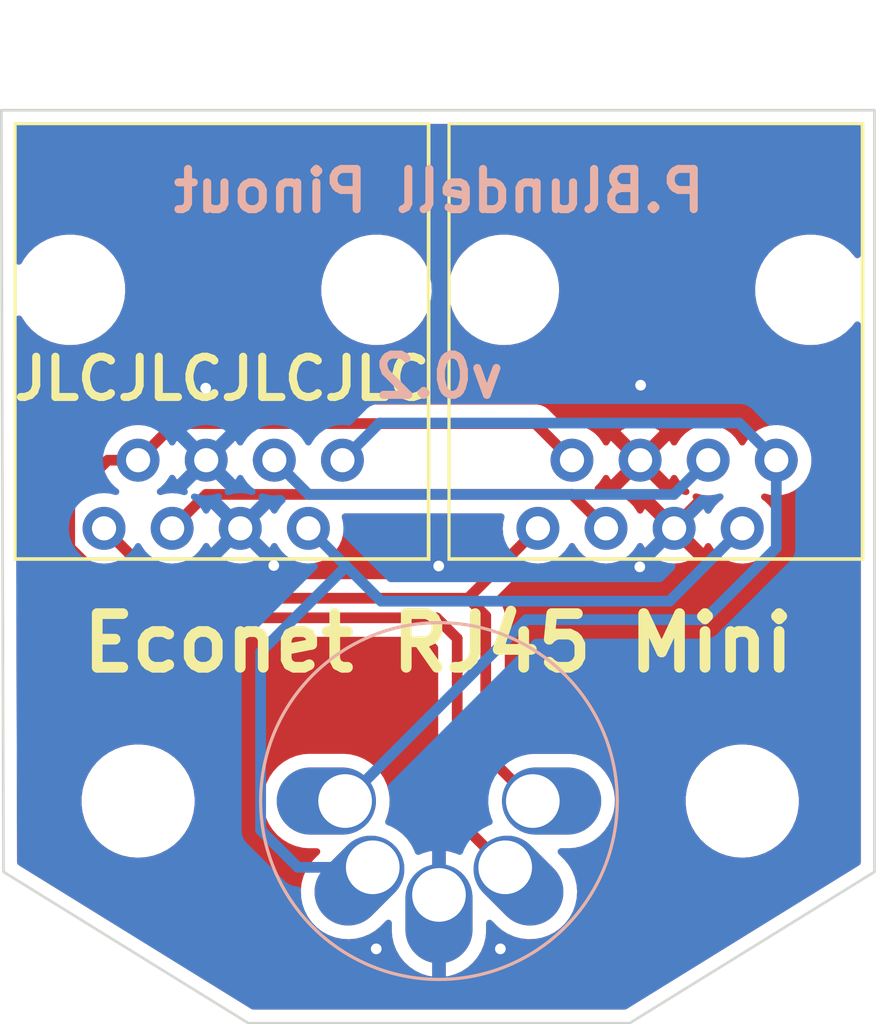
<source format=kicad_pcb>
(kicad_pcb (version 20211014) (generator pcbnew)
  (layers (0 "F.Cu" signal) (31 "B.Cu" signal) (34 "B.Paste" user) (35 "F.Paste" user) (36 "B.SilkS" user "B.Silkscreen") (37 "F.SilkS" user "F.Silkscreen") (38 "B.Mask" user) (39 "F.Mask" user) (44 "Edge.Cuts" user))
  (net 0 "")
  (net 1 "/CLK-")
  (net 2 "/CLK+")
  (net 3 "/VSENSE")
  (net 4 "/GND")
  (net 5 "/VTERM")
  (net 6 "/DATA-")
  (net 7 "/DATA+")
  (footprint "MountingHole:MountingHole_3.2mm_M3" (layer "F.Cu") (at 177.259823 66.36)
    (fp_text reference "H2" hide)
    (fp_text value "MountingHole")
    (pad "" np_thru_hole circle (at 0 0) (size 3.2 3.2) (drill 3.2) (layers *.Cu *.Mask))
  )
  (footprint "Econet_RJ45_Mini:RJ45_Vertical" (layer "F.Cu") (at 174.04 49.23 180)
    (fp_text reference "J2" hide)
    (fp_text value "RJ45")
    (fp_poly (pts (xy 7.768167 8.170334) (xy -7.768167 8.170334) (xy -7.768167 -8.043333) (xy -7.641167 -8.043333) (xy -7.641167 8.064501) (xy 7.662333 8.064501) (xy 7.662333 -8.043333) (xy -7.641167 -8.043333) (xy -7.768167 -8.043333) (xy -7.768167 -8.170333) (xy 7.768167 -8.170333) (xy 7.768167 8.170334)) (layer "F.SilkS") (width 0.01) (fill solid))
    (pad "" np_thru_hole circle (at -5.759816 1.92466 180) (size 3.1 3.1) (drill 3.1) (layers *.Cu *.Mask))
    (pad "" np_thru_hole circle (at 5.670184 1.92466 180) (size 3.1 3.1) (drill 3.1) (layers *.Cu *.Mask))
    (pad "1" thru_hole circle (at -4.48982 -4.425338 180) (size 1.6 1.6) (drill 0.9) (layers *.Cu *.Mask) (net 1 "/CLK-"))
    (pad "2" thru_hole circle (at -3.219823 -6.965331 180) (size 1.6 1.6) (drill 0.9) (layers *.Cu *.Mask) (net 2 "/CLK+"))
    (pad "3" thru_hole circle (at -1.949819 -4.425338 180) (size 1.6 1.6) (drill 0.9) (layers *.Cu *.Mask) (net 3 "/VSENSE"))
    (pad "4" thru_hole circle (at -0.679822 -6.965331 180) (size 1.6 1.6) (drill 0.9) (layers *.Cu *.Mask) (net 4 "/GND"))
    (pad "5" thru_hole circle (at 0.590182 -4.425338 180) (size 1.6 1.6) (drill 0.9) (layers *.Cu *.Mask) (net 4 "/GND"))
    (pad "6" thru_hole circle (at 1.860179 -6.965331 180) (size 1.6 1.6) (drill 0.9) (layers *.Cu *.Mask) (net 5 "/VTERM"))
    (pad "7" thru_hole circle (at 3.130183 -4.425338 180) (size 1.6 1.6) (drill 0.9) (layers *.Cu *.Mask) (net 6 "/DATA-"))
    (pad "8" thru_hole circle (at 4.400184 -6.965331 180) (size 1.6 1.6) (drill 0.9) (layers *.Cu *.Mask) (net 7 "/DATA+"))
  )
  (footprint "MountingHole:MountingHole_3.2mm_M3" (layer "F.Cu") (at 154.729817 66.36)
    (fp_text reference "H1" hide)
    (fp_text value "MountingHole")
    (pad "" np_thru_hole circle (at 0 0) (size 3.2 3.2) (drill 3.2) (layers *.Cu *.Mask))
  )
  (footprint "Econet_RJ45_Mini:RJ45_Vertical" (layer "F.Cu") (at 157.86 49.23 180)
    (fp_text reference "J1" hide)
    (fp_text value "RJ45")
    (fp_poly (pts (xy 7.768167 8.170334) (xy -7.768167 8.170334) (xy -7.768167 -8.043333) (xy -7.641167 -8.043333) (xy -7.641167 8.064501) (xy 7.662333 8.064501) (xy 7.662333 -8.043333) (xy -7.641167 -8.043333) (xy -7.768167 -8.043333) (xy -7.768167 -8.170333) (xy 7.768167 -8.170333) (xy 7.768167 8.170334)) (layer "F.SilkS") (width 0.01) (fill solid))
    (pad "" np_thru_hole circle (at -5.759816 1.92466 180) (size 3.1 3.1) (drill 3.1) (layers *.Cu *.Mask))
    (pad "" np_thru_hole circle (at 5.670184 1.92466 180) (size 3.1 3.1) (drill 3.1) (layers *.Cu *.Mask))
    (pad "1" thru_hole circle (at -4.48982 -4.425338 180) (size 1.6 1.6) (drill 0.9) (layers *.Cu *.Mask) (net 1 "/CLK-"))
    (pad "2" thru_hole circle (at -3.219823 -6.965331 180) (size 1.6 1.6) (drill 0.9) (layers *.Cu *.Mask) (net 2 "/CLK+"))
    (pad "3" thru_hole circle (at -1.949819 -4.425338 180) (size 1.6 1.6) (drill 0.9) (layers *.Cu *.Mask) (net 3 "/VSENSE"))
    (pad "4" thru_hole circle (at -0.679822 -6.965331 180) (size 1.6 1.6) (drill 0.9) (layers *.Cu *.Mask) (net 4 "/GND"))
    (pad "5" thru_hole circle (at 0.590182 -4.425338 180) (size 1.6 1.6) (drill 0.9) (layers *.Cu *.Mask) (net 4 "/GND"))
    (pad "6" thru_hole circle (at 1.860179 -6.965331 180) (size 1.6 1.6) (drill 0.9) (layers *.Cu *.Mask) (net 5 "/VTERM"))
    (pad "7" thru_hole circle (at 3.130183 -4.425338 180) (size 1.6 1.6) (drill 0.9) (layers *.Cu *.Mask) (net 6 "/DATA-"))
    (pad "8" thru_hole circle (at 4.400184 -6.965331 180) (size 1.6 1.6) (drill 0.9) (layers *.Cu *.Mask) (net 7 "/DATA+"))
  )
  (footprint "Econet_RJ45_Mini:DIN5" (layer "B.Cu") (at 165.95 66.36)
    (fp_text reference "J3" hide)
    (fp_text value "DIN-5_180degree")
    (fp_circle (center 0 0) (end 6.65 0) (layer "B.SilkS") (width 0.12) (fill none))
    (pad "1" thru_hole oval (at 3.5 0) (size 3.7 2.5) (drill 2 (offset 0.7 0)) (layers *.Cu *.Mask) (net 7 "/DATA+"))
    (pad "2" thru_hole oval (at 0 3.5 270) (size 3.7 2.5) (drill 2 (offset 0.7 0)) (layers *.Cu *.Mask) (net 4 "/GND"))
    (pad "3" thru_hole oval (at -3.5 0 180) (size 3.7 2.5) (drill 2 (offset 0.7 0)) (layers *.Cu *.Mask) (net 1 "/CLK-"))
    (pad "4" thru_hole oval (at 2.47 2.47 315) (size 3.7 2.5) (drill 2 (offset 0.7 0)) (layers *.Cu *.Mask) (net 6 "/DATA-"))
    (pad "5" thru_hole oval (at -2.47 2.47 225) (size 3.7 2.5) (drill 2 (offset 0.7 0)) (layers *.Cu *.Mask) (net 2 "/CLK+"))
  )
  (gr_line (start 173.06 74.64) (end 182.19 69) (layer "Edge.Cuts") (width 0.1))
  (gr_line (start 182.19 40.61) (end 182.19 69) (layer "Edge.Cuts") (width 0.1))
  (gr_line (start 158.84 74.64) (end 149.71 69) (layer "Edge.Cuts") (width 0.1))
  (gr_line (start 158.84 74.64) (end 173.06 74.64) (layer "Edge.Cuts") (width 0.1))
  (gr_line (start 149.63 40.61) (end 182.19 40.61) (layer "Edge.Cuts") (width 0.1))
  (gr_line (start 149.63 40.61) (end 149.71 69) (layer "Edge.Cuts") (width 0.1))
  (gr_text "P.Blundell Pinout" (at 165.95 43.62) (layer "B.SilkS") (effects (font (size 1.5 1.5) (thickness 0.3)) (justify mirror)))
  (gr_text "v0.2" (at 165.95 50.54) (layer "B.SilkS") (effects (font (size 1.5 1.5) (thickness 0.3)) (justify mirror)))
  (gr_text "Econet RJ45 Mini" (at 165.92 60.47) (layer "F.SilkS") (effects (font (size 2 2) (thickness 0.4))))
  (gr_text "JLCJLCJLCJLC" (at 157.86 50.62) (layer "F.SilkS") (effects (font (size 1.5 1.5) (thickness 0.3))))
  (segment (start 177.144482 52.27) (end 163.735158 52.27) (width 0.4) (layer "B.Cu") (net 1))
  (segment (start 163.735158 52.27) (end 162.34982 53.655338) (width 0.4) (layer "B.Cu") (net 1))
  (segment (start 178.52982 53.655338) (end 177.144482 52.27) (width 0.4) (layer "B.Cu") (net 1))
  (segment (start 175.85 59.6) (end 178.52982 56.92018) (width 0.4) (layer "B.Cu") (net 1))
  (segment (start 178.52982 56.92018) (end 178.52982 53.655338) (width 0.4) (layer "B.Cu") (net 1))
  (segment (start 169.21 59.6) (end 175.85 59.6) (width 0.4) (layer "B.Cu") (net 1))
  (segment (start 162.45 66.36) (end 169.21 59.6) (width 0.4) (layer "B.Cu") (net 1))
  (segment (start 160.69 68.83) (end 159.3 67.44) (width 0.4) (layer "B.Cu") (net 2))
  (segment (start 162.494492 57.61) (end 163.794492 58.91) (width 0.4) (layer "B.Cu") (net 2))
  (segment (start 163.48 68.83) (end 160.69 68.83) (width 0.4) (layer "B.Cu") (net 2))
  (segment (start 163.794492 58.91) (end 174.545154 58.91) (width 0.4) (layer "B.Cu") (net 2))
  (segment (start 161.079823 56.195331) (end 162.494492 57.61) (width 0.4) (layer "B.Cu") (net 2))
  (segment (start 159.3 60.804492) (end 162.494492 57.61) (width 0.4) (layer "B.Cu") (net 2))
  (segment (start 159.3 67.44) (end 159.3 60.804492) (width 0.4) (layer "B.Cu") (net 2))
  (segment (start 174.545154 58.91) (end 177.259823 56.195331) (width 0.4) (layer "B.Cu") (net 2))
  (segment (start 161.084481 54.93) (end 174.715157 54.93) (width 0.4) (layer "B.Cu") (net 3))
  (segment (start 159.809819 53.655338) (end 161.084481 54.93) (width 0.4) (layer "B.Cu") (net 3))
  (segment (start 174.715157 54.93) (end 175.989819 53.655338) (width 0.4) (layer "B.Cu") (net 3))
  (via (at 165.94 57.6) (size 0.8) (drill 0.4) (layers "F.Cu" "B.Cu") (net 4))
  (via (at 163.61 71.87) (size 0.8) (drill 0.4) (layers "F.Cu" "B.Cu") (net 4))
  (via (at 157.25 50.97) (size 0.8) (drill 0.4) (layers "F.Cu" "B.Cu") (net 4))
  (via (at 173.47 50.86) (size 0.8) (drill 0.4) (layers "F.Cu" "B.Cu") (net 4))
  (via (at 173.44 57.63) (size 0.8) (drill 0.4) (layers "F.Cu" "B.Cu") (net 4))
  (via (at 168.24 71.87) (size 0.8) (drill 0.4) (layers "F.Cu" "B.Cu") (net 4))
  (via (at 159.79 57.58) (size 0.8) (drill 0.4) (layers "F.Cu" "B.Cu") (net 4))
  (segment (start 155.999821 56.195331) (end 157.265152 54.93) (width 0.4) (layer "F.Cu") (net 5))
  (segment (start 157.265152 54.93) (end 170.91449 54.93) (width 0.4) (layer "F.Cu") (net 5))
  (segment (start 170.91449 54.93) (end 172.179821 56.195331) (width 0.4) (layer "F.Cu") (net 5))
  (segment (start 152.18 56.91) (end 154.8 59.53) (width 0.4) (layer "F.Cu") (net 6))
  (segment (start 153.598447 53.655338) (end 152.18 55.073785) (width 0.4) (layer "F.Cu") (net 6))
  (segment (start 154.729817 53.655338) (end 153.598447 53.655338) (width 0.4) (layer "F.Cu") (net 6))
  (segment (start 156.095155 52.29) (end 169.544479 52.29) (width 0.4) (layer "F.Cu") (net 6))
  (segment (start 152.18 55.073785) (end 152.18 56.91) (width 0.4) (layer "F.Cu") (net 6))
  (segment (start 169.544479 52.29) (end 170.909817 53.655338) (width 0.4) (layer "F.Cu") (net 6))
  (segment (start 165.86 59.53) (end 166.63 60.3) (width 0.4) (layer "F.Cu") (net 6))
  (segment (start 154.729817 53.655338) (end 156.095155 52.29) (width 0.4) (layer "F.Cu") (net 6))
  (segment (start 154.8 59.53) (end 165.86 59.53) (width 0.4) (layer "F.Cu") (net 6))
  (segment (start 166.63 67.04) (end 168.42 68.83) (width 0.4) (layer "F.Cu") (net 6))
  (segment (start 166.63 60.3) (end 166.63 67.04) (width 0.4) (layer "F.Cu") (net 6))
  (segment (start 169.45 66.36) (end 167.695147 64.605147) (width 0.4) (layer "F.Cu") (net 7))
  (segment (start 153.459816 56.195331) (end 156.064485 58.8) (width 0.4) (layer "F.Cu") (net 7))
  (segment (start 167.695147 59.46) (end 167.035147 58.8) (width 0.4) (layer "F.Cu") (net 7))
  (segment (start 156.064485 58.8) (end 167.035147 58.8) (width 0.4) (layer "F.Cu") (net 7))
  (segment (start 167.695147 64.605147) (end 167.695147 59.46) (width 0.4) (layer "F.Cu") (net 7))
  (segment (start 167.035147 58.8) (end 169.639816 56.195331) (width 0.4) (layer "F.Cu") (net 7))
  (zone (net 4) (net_name "/GND") (layers F&B.Cu) (connect_pads (clearance 0.508)) (min_thickness 0.254) (fill yes (thermal_gap 0.508) (thermal_bridge_width 0.508))
    (polygon (pts (xy 182.19 68.96) (xy 173.07 74.64) (xy 158.85 74.64) (xy 149.7 68.99) (xy 149.64 40.62) (xy 182.19 40.62)))
  )
)
</source>
